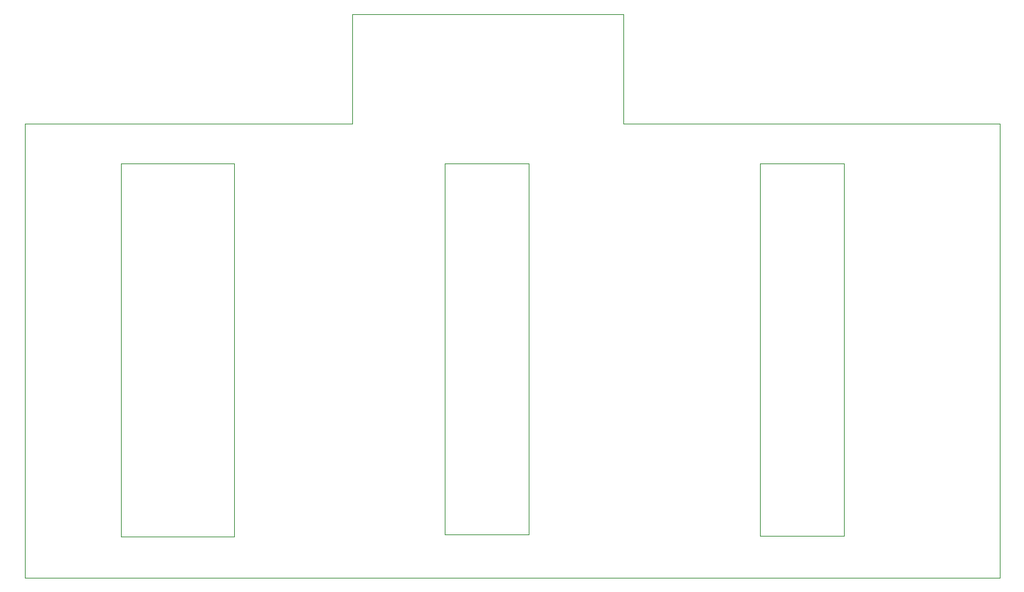
<source format=gbr>
%TF.GenerationSoftware,KiCad,Pcbnew,8.0.3*%
%TF.CreationDate,2024-06-21T15:14:05-04:00*%
%TF.ProjectId,LowerPOGO,4c6f7765-7250-44f4-974f-2e6b69636164,v4*%
%TF.SameCoordinates,Original*%
%TF.FileFunction,Profile,NP*%
%FSLAX46Y46*%
G04 Gerber Fmt 4.6, Leading zero omitted, Abs format (unit mm)*
G04 Created by KiCad (PCBNEW 8.0.3) date 2024-06-21 15:14:05*
%MOMM*%
%LPD*%
G01*
G04 APERTURE LIST*
%TA.AperFunction,Profile*%
%ADD10C,0.050000*%
%TD*%
G04 APERTURE END LIST*
D10*
X160249857Y-104750000D02*
X205000000Y-104750000D01*
X100500000Y-109500000D02*
X113950000Y-109500000D01*
X113950000Y-153975000D01*
X100500000Y-153975000D01*
X100500000Y-109500000D01*
X205000000Y-158863094D02*
X89000000Y-158863094D01*
X128000000Y-91750000D02*
X160250000Y-91750000D01*
X160250000Y-91750000D02*
X160250000Y-104750000D01*
X176500000Y-109500000D02*
X186500000Y-109500000D01*
X186500000Y-153875000D01*
X176500000Y-153875000D01*
X176500000Y-109500000D01*
X128000000Y-104750000D02*
X128000000Y-91750000D01*
X89000000Y-104750000D02*
X128000164Y-104750000D01*
X205000000Y-104750000D02*
X205000000Y-158863094D01*
X89000000Y-158863094D02*
X89000000Y-104750000D01*
X138950000Y-109500000D02*
X148950000Y-109500000D01*
X148950000Y-153750000D01*
X138950000Y-153750000D01*
X138950000Y-109500000D01*
M02*

</source>
